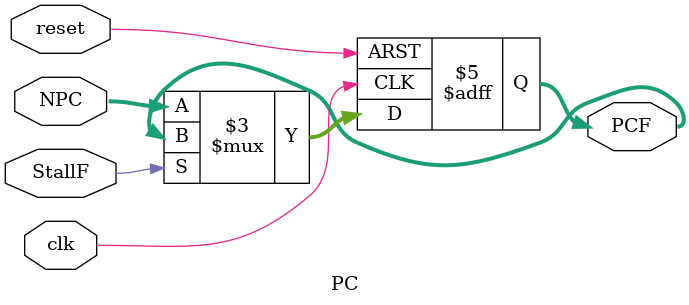
<source format=v>
`timescale 1ns / 1ps
module PC(
	 input clk,
	 input reset,
    input [31:0] NPC,
	 input StallF,
    output reg[31:0] PCF
    );
	 
	 always @(posedge clk or posedge reset)
	 begin
	 if(reset) begin
	 PCF <= 32'b0000_0000_0000_0000_0011_0000_0000_0000;
	 end
	 else if(StallF==0) begin
	 PCF <= NPC;
	 end
	 end
	

endmodule

</source>
